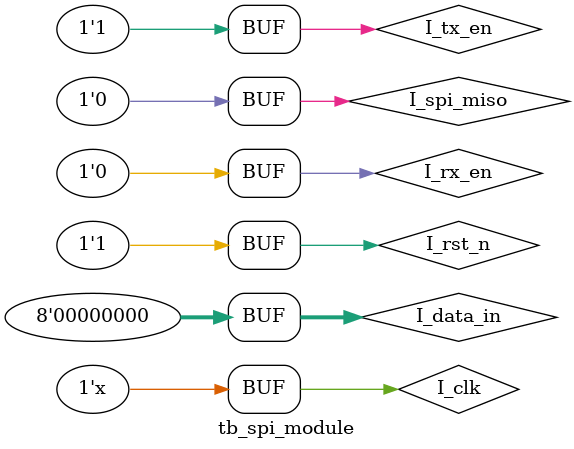
<source format=sv>
`timescale 1ns / 1ps

module tb_spi_module;

    // Inputs
    reg I_clk;
    reg I_rst_n;
    reg I_rx_en;
    reg I_tx_en;
    reg [7:0] I_data_in;
    reg I_spi_miso;

    // Outputs
    wire [7:0] O_data_out;
    wire O_tx_done;
    wire O_rx_done;
    wire O_spi_sck;
    wire O_spi_cs;
    wire O_spi_mosi;

    // Instantiate the Unit Under Test (UUT)
    spi_module uut (
        .I_clk           (I_clk         ), 
        .I_rst_n         (I_rst_n       ), 
        .I_rx_en         (I_rx_en       ), 
        .I_tx_en         (I_tx_en       ), 
        .O_data_out      (O_data_out    ), 
        .O_tx_done       (O_tx_done     ), 
        .O_rx_done       (O_rx_done     ), 
        .I_spi_miso      (I_spi_miso    ), 
        .O_spi_sck       (O_spi_sck     ), 
        .O_spi_cs        (O_spi_cs      ), 
        .O_spi_mosi      (O_spi_mosi    )
    );

    initial begin
        // Initialize Inputs
        I_clk = 0;
        I_rst_n = 0;
        I_rx_en = 0;
        I_tx_en = 1;
        I_data_in = 8'h00;
        I_spi_miso = 0;

        // Wait 100 ns for global reset to finish
        #100;
        I_rst_n = 1;  

    end
    
    always #10 I_clk = ~I_clk ;
      
endmodule

</source>
